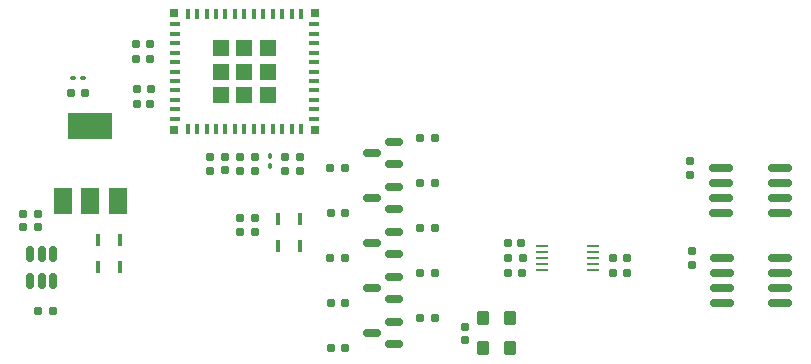
<source format=gbr>
%TF.GenerationSoftware,KiCad,Pcbnew,7.0.6*%
%TF.CreationDate,2023-10-18T20:18:50+02:00*%
%TF.ProjectId,Hydrofoil,48796472-6f66-46f6-996c-2e6b69636164,rev?*%
%TF.SameCoordinates,Original*%
%TF.FileFunction,Paste,Top*%
%TF.FilePolarity,Positive*%
%FSLAX46Y46*%
G04 Gerber Fmt 4.6, Leading zero omitted, Abs format (unit mm)*
G04 Created by KiCad (PCBNEW 7.0.6) date 2023-10-18 20:18:50*
%MOMM*%
%LPD*%
G01*
G04 APERTURE LIST*
G04 Aperture macros list*
%AMRoundRect*
0 Rectangle with rounded corners*
0 $1 Rounding radius*
0 $2 $3 $4 $5 $6 $7 $8 $9 X,Y pos of 4 corners*
0 Add a 4 corners polygon primitive as box body*
4,1,4,$2,$3,$4,$5,$6,$7,$8,$9,$2,$3,0*
0 Add four circle primitives for the rounded corners*
1,1,$1+$1,$2,$3*
1,1,$1+$1,$4,$5*
1,1,$1+$1,$6,$7*
1,1,$1+$1,$8,$9*
0 Add four rect primitives between the rounded corners*
20,1,$1+$1,$2,$3,$4,$5,0*
20,1,$1+$1,$4,$5,$6,$7,0*
20,1,$1+$1,$6,$7,$8,$9,0*
20,1,$1+$1,$8,$9,$2,$3,0*%
G04 Aperture macros list end*
%ADD10RoundRect,0.090000X-0.090000X0.139000X-0.090000X-0.139000X0.090000X-0.139000X0.090000X0.139000X0*%
%ADD11RoundRect,0.155000X0.155000X-0.212500X0.155000X0.212500X-0.155000X0.212500X-0.155000X-0.212500X0*%
%ADD12R,0.450800X1.111200*%
%ADD13RoundRect,0.160000X0.197500X0.160000X-0.197500X0.160000X-0.197500X-0.160000X0.197500X-0.160000X0*%
%ADD14RoundRect,0.150000X-0.825000X-0.150000X0.825000X-0.150000X0.825000X0.150000X-0.825000X0.150000X0*%
%ADD15RoundRect,0.150000X0.587500X0.150000X-0.587500X0.150000X-0.587500X-0.150000X0.587500X-0.150000X0*%
%ADD16RoundRect,0.160000X0.160000X-0.197500X0.160000X0.197500X-0.160000X0.197500X-0.160000X-0.197500X0*%
%ADD17RoundRect,0.155000X-0.155000X0.212500X-0.155000X-0.212500X0.155000X-0.212500X0.155000X0.212500X0*%
%ADD18R,0.812800X0.406400*%
%ADD19R,0.406400X0.812800*%
%ADD20R,1.447800X1.447800*%
%ADD21R,0.711200X0.711200*%
%ADD22RoundRect,0.160000X-0.197500X-0.160000X0.197500X-0.160000X0.197500X0.160000X-0.197500X0.160000X0*%
%ADD23RoundRect,0.160000X-0.160000X0.197500X-0.160000X-0.197500X0.160000X-0.197500X0.160000X0.197500X0*%
%ADD24RoundRect,0.155000X0.212500X0.155000X-0.212500X0.155000X-0.212500X-0.155000X0.212500X-0.155000X0*%
%ADD25R,1.500000X2.200000*%
%ADD26R,3.800000X2.200000*%
%ADD27RoundRect,0.150000X0.150000X-0.512500X0.150000X0.512500X-0.150000X0.512500X-0.150000X-0.512500X0*%
%ADD28RoundRect,0.250000X0.275000X0.350000X-0.275000X0.350000X-0.275000X-0.350000X0.275000X-0.350000X0*%
%ADD29RoundRect,0.155000X-0.212500X-0.155000X0.212500X-0.155000X0.212500X0.155000X-0.212500X0.155000X0*%
%ADD30RoundRect,0.090000X0.139000X0.090000X-0.139000X0.090000X-0.139000X-0.090000X0.139000X-0.090000X0*%
%ADD31R,1.100000X0.250000*%
G04 APERTURE END LIST*
D10*
%TO.C,D2*%
X66040000Y-84904127D03*
X66040000Y-85769127D03*
%TD*%
D11*
%TO.C,C5*%
X45085000Y-90936627D03*
X45085000Y-89801627D03*
%TD*%
D12*
%TO.C,CR3*%
X51435000Y-92009127D03*
X51435000Y-94309127D03*
%TD*%
D13*
%TO.C,R23*%
X79935000Y-98624127D03*
X78740000Y-98624127D03*
%TD*%
D14*
%TO.C,U6*%
X104205000Y-85924127D03*
X104205000Y-87194127D03*
X104205000Y-88464127D03*
X104205000Y-89734127D03*
X109155000Y-89734127D03*
X109155000Y-88464127D03*
X109155000Y-87194127D03*
X109155000Y-85924127D03*
%TD*%
D15*
%TO.C,Q4*%
X76472500Y-97034127D03*
X76472500Y-95134127D03*
X74597500Y-96084127D03*
%TD*%
D16*
%TO.C,R7*%
X63500000Y-86136627D03*
X63500000Y-84941627D03*
%TD*%
D17*
%TO.C,C2*%
X62230000Y-84971627D03*
X62230000Y-86106627D03*
%TD*%
D18*
%TO.C,U1*%
X57930001Y-73739127D03*
X57930001Y-74539128D03*
X57930001Y-75339127D03*
X57930001Y-76139128D03*
X57930001Y-76939126D03*
X57930001Y-77739127D03*
X57930001Y-78539128D03*
X57930001Y-79339126D03*
X57930001Y-80139127D03*
X57930001Y-80939126D03*
X57930001Y-81739127D03*
D19*
X59029998Y-82639127D03*
X59829999Y-82639127D03*
X60630000Y-82639127D03*
X61429999Y-82639127D03*
X62230000Y-82639127D03*
X63029998Y-82639127D03*
X63829999Y-82639127D03*
X64630000Y-82639127D03*
X65429998Y-82639127D03*
X66229999Y-82639127D03*
X67029998Y-82639127D03*
X67829999Y-82639127D03*
X68629997Y-82639127D03*
D18*
X69729997Y-81739127D03*
X69729997Y-80939126D03*
X69729997Y-80139127D03*
X69729997Y-79339126D03*
X69729997Y-78539128D03*
X69729997Y-77739127D03*
X69729997Y-76939126D03*
X69729997Y-76139128D03*
X69729997Y-75339127D03*
X69729997Y-74539128D03*
X69729997Y-73739127D03*
D19*
X68630000Y-72839127D03*
X67829999Y-72839127D03*
X67029998Y-72839127D03*
X66229999Y-72839127D03*
X65429998Y-72839127D03*
X64630000Y-72839127D03*
X63829999Y-72839127D03*
X63029998Y-72839127D03*
X62230000Y-72839127D03*
X61429999Y-72839127D03*
X60630000Y-72839127D03*
X59829999Y-72839127D03*
X59030001Y-72839127D03*
D20*
X63829999Y-77739127D03*
D21*
X69779999Y-72789127D03*
X69779999Y-82689127D03*
X57879999Y-82689127D03*
X57879999Y-72789127D03*
D20*
X65804999Y-75764127D03*
X65804999Y-77739127D03*
X65804999Y-79714127D03*
X63829999Y-79714127D03*
X61854999Y-79714127D03*
X61854999Y-77739127D03*
X61854999Y-75764127D03*
X63829999Y-75764127D03*
%TD*%
D15*
%TO.C,Q2*%
X76502500Y-89414127D03*
X76502500Y-87514127D03*
X74627500Y-88464127D03*
%TD*%
D13*
%TO.C,R16*%
X79935000Y-87194127D03*
X78740000Y-87194127D03*
%TD*%
D22*
%TO.C,R24*%
X71120000Y-93544127D03*
X72315000Y-93544127D03*
%TD*%
%TO.C,R25*%
X71195000Y-97354127D03*
X72390000Y-97354127D03*
%TD*%
%TO.C,R20*%
X71195000Y-89734127D03*
X72390000Y-89734127D03*
%TD*%
D15*
%TO.C,Q1*%
X76502500Y-85604127D03*
X76502500Y-83704127D03*
X74627500Y-84654127D03*
%TD*%
D16*
%TO.C,R4*%
X64770000Y-86174127D03*
X64770000Y-84979127D03*
%TD*%
D22*
%TO.C,R19*%
X71120000Y-85924127D03*
X72315000Y-85924127D03*
%TD*%
D13*
%TO.C,R21*%
X79935000Y-91004127D03*
X78740000Y-91004127D03*
%TD*%
D23*
%TO.C,R9*%
X63500000Y-90141627D03*
X63500000Y-91336627D03*
%TD*%
D24*
%TO.C,C6*%
X55812500Y-75379127D03*
X54677500Y-75379127D03*
%TD*%
D17*
%TO.C,C7*%
X82550000Y-99326627D03*
X82550000Y-100461627D03*
%TD*%
D11*
%TO.C,C4*%
X46355000Y-90936627D03*
X46355000Y-89801627D03*
%TD*%
D17*
%TO.C,C3*%
X64770000Y-90171627D03*
X64770000Y-91306627D03*
%TD*%
D16*
%TO.C,R3*%
X67229205Y-86149837D03*
X67229205Y-84954837D03*
%TD*%
D23*
%TO.C,R15*%
X101730000Y-92946627D03*
X101730000Y-94141627D03*
%TD*%
D15*
%TO.C,Q5*%
X76502500Y-100844127D03*
X76502500Y-98944127D03*
X74627500Y-99894127D03*
%TD*%
D13*
%TO.C,R1*%
X50367500Y-79574127D03*
X49172500Y-79574127D03*
%TD*%
D25*
%TO.C,U2*%
X48500000Y-88689127D03*
X50800000Y-88689127D03*
X53100000Y-88689127D03*
D26*
X50800000Y-82389127D03*
%TD*%
D27*
%TO.C,U3*%
X45720000Y-95449127D03*
X46670000Y-95449127D03*
X47620000Y-95449127D03*
X47620000Y-93174127D03*
X46670000Y-93174127D03*
X45720000Y-93174127D03*
%TD*%
D15*
%TO.C,Q3*%
X76472500Y-93224127D03*
X76472500Y-91324127D03*
X74597500Y-92274127D03*
%TD*%
D12*
%TO.C,CR4*%
X53340000Y-92009127D03*
X53340000Y-94309127D03*
%TD*%
D28*
%TO.C,L2*%
X86360000Y-101164127D03*
X84060000Y-101164127D03*
%TD*%
D23*
%TO.C,R8*%
X60960000Y-84941627D03*
X60960000Y-86136627D03*
%TD*%
D13*
%TO.C,R22*%
X79935000Y-94814127D03*
X78740000Y-94814127D03*
%TD*%
D12*
%TO.C,CR2*%
X68580000Y-92524127D03*
X68580000Y-90224127D03*
%TD*%
%TO.C,CR1*%
X66675000Y-92524127D03*
X66675000Y-90224127D03*
%TD*%
D22*
%TO.C,R2*%
X54715000Y-79189127D03*
X55910000Y-79189127D03*
%TD*%
D14*
%TO.C,U5*%
X104270000Y-93544127D03*
X104270000Y-94814127D03*
X104270000Y-96084127D03*
X104270000Y-97354127D03*
X109220000Y-97354127D03*
X109220000Y-96084127D03*
X109220000Y-94814127D03*
X109220000Y-93544127D03*
%TD*%
D16*
%TO.C,R6*%
X68580000Y-86136627D03*
X68580000Y-84941627D03*
%TD*%
D13*
%TO.C,R10*%
X47587500Y-97989127D03*
X46392500Y-97989127D03*
%TD*%
D29*
%TO.C,C8*%
X86110000Y-92274127D03*
X87245000Y-92274127D03*
%TD*%
D22*
%TO.C,R5*%
X54685000Y-76649127D03*
X55880000Y-76649127D03*
%TD*%
D28*
%TO.C,L1*%
X86360000Y-98624127D03*
X84060000Y-98624127D03*
%TD*%
D22*
%TO.C,R26*%
X71195000Y-101164127D03*
X72390000Y-101164127D03*
%TD*%
%TO.C,R13*%
X86110000Y-94814127D03*
X87305000Y-94814127D03*
%TD*%
D23*
%TO.C,R18*%
X101600000Y-85326627D03*
X101600000Y-86521627D03*
%TD*%
D22*
%TO.C,R11*%
X95000000Y-94814127D03*
X96195000Y-94814127D03*
%TD*%
D13*
%TO.C,R12*%
X96195000Y-93544127D03*
X95000000Y-93544127D03*
%TD*%
%TO.C,R17*%
X79935000Y-83384127D03*
X78740000Y-83384127D03*
%TD*%
D22*
%TO.C,R14*%
X86185000Y-93544127D03*
X87380000Y-93544127D03*
%TD*%
D30*
%TO.C,D1*%
X50165000Y-78304127D03*
X49300000Y-78304127D03*
%TD*%
D31*
%TO.C,U4*%
X93340000Y-94544127D03*
X93340000Y-94044127D03*
X93340000Y-93544127D03*
X93340000Y-93044127D03*
X93340000Y-92544127D03*
X89040000Y-92544127D03*
X89040000Y-93044127D03*
X89040000Y-93544127D03*
X89040000Y-94044127D03*
X89040000Y-94544127D03*
%TD*%
D24*
%TO.C,C1*%
X55880000Y-80459127D03*
X54745000Y-80459127D03*
%TD*%
M02*

</source>
